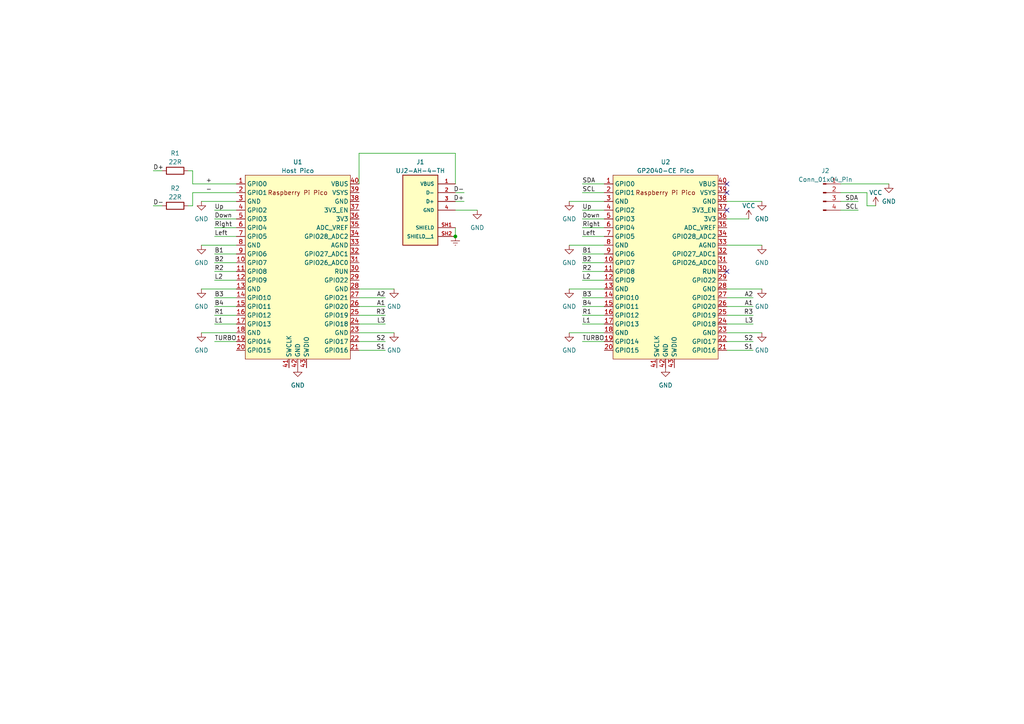
<source format=kicad_sch>
(kicad_sch (version 20230121) (generator eeschema)
  (paper "A4")
  (lib_symbols
    (symbol "Connector:Conn_01x04_Pin" (pin_names (offset 1.016) hide)
      (property "Reference" "J" (at 0 5.08 0))
      (property "Value" "Conn_01x04_Pin" (at 0 -7.62 0))
      (symbol "Conn_01x04_Pin_1_1"
        (polyline (pts (xy 1.27 -5.08) (xy 0.8636 -5.08)) (stroke (width 0.1524)))
        (polyline (pts (xy 1.27 -2.54) (xy 0.8636 -2.54)) (stroke (width 0.1524)))
        (polyline (pts (xy 1.27 0) (xy 0.8636 0)) (stroke (width 0.1524)))
        (polyline (pts (xy 1.27 2.54) (xy 0.8636 2.54)) (stroke (width 0.1524)))
        (rectangle (start 0.8636 -4.953) (end 0 -5.207) (stroke (width 0.1524)) (fill (type outline)))
        (rectangle (start 0.8636 -2.413) (end 0 -2.667) (stroke (width 0.1524)) (fill (type outline)))
        (rectangle (start 0.8636 0.127) (end 0 -0.127) (stroke (width 0.1524)) (fill (type outline)))
        (rectangle (start 0.8636 2.667) (end 0 2.413) (stroke (width 0.1524)) (fill (type outline)))
        (pin passive line (at 5.08 2.54 180) (length 3.81) (name "Pin_1") (number "1"))
        (pin passive line (at 5.08 0 180) (length 3.81) (name "Pin_2") (number "2"))
        (pin passive line (at 5.08 -2.54 180) (length 3.81) (name "Pin_3") (number "3"))
        (pin passive line (at 5.08 -5.08 180) (length 3.81) (name "Pin_4") (number "4"))
      )
    )
    (symbol "Device:R" (pin_numbers hide) (pin_names (offset 0))
      (property "Reference" "R" (at 2.032 0 90))
      (property "Value" "R" (at 0 0 90))
      (symbol "R_0_1"
        (rectangle (start -1.016 -2.54) (end 1.016 2.54) (stroke (width 0.254)))
      )
      (symbol "R_1_1"
        (pin passive line (at 0 3.81 270) (length 1.27) (name "~") (number "1"))
        (pin passive line (at 0 -3.81 90) (length 1.27) (name "~") (number "2"))
      )
    )
    (symbol "MCU_RaspberryPi_and_Boards:Pico"
      (property "Reference" "U" (at -13.97 27.94 0))
      (property "Value" "Pico" (at 0 19.05 0))
      (symbol "Pico_0_0"
        (text "Raspberry Pi Pico" (at 0 21.59 0) (effects (font (size 1.27 1.27))))
      )
      (symbol "Pico_0_1"
        (rectangle (start -15.24 26.67) (end 15.24 -26.67) (fill (type background)))
      )
      (symbol "Pico_1_1"
        (pin bidirectional line (at -17.78 24.13 0) (length 2.54) (name "GPIO0") (number "1"))
        (pin bidirectional line (at -17.78 1.27 0) (length 2.54) (name "GPIO7") (number "10"))
        (pin bidirectional line (at -17.78 -1.27 0) (length 2.54) (name "GPIO8") (number "11"))
        (pin bidirectional line (at -17.78 -3.81 0) (length 2.54) (name "GPIO9") (number "12"))
        (pin power_in line (at -17.78 -6.35 0) (length 2.54) (name "GND") (number "13"))
        (pin bidirectional line (at -17.78 -8.89 0) (length 2.54) (name "GPIO10") (number "14"))
        (pin bidirectional line (at -17.78 -11.43 0) (length 2.54) (name "GPIO11") (number "15"))
        (pin bidirectional line (at -17.78 -13.97 0) (length 2.54) (name "GPIO12") (number "16"))
        (pin bidirectional line (at -17.78 -16.51 0) (length 2.54) (name "GPIO13") (number "17"))
        (pin power_in line (at -17.78 -19.05 0) (length 2.54) (name "GND") (number "18"))
        (pin bidirectional line (at -17.78 -21.59 0) (length 2.54) (name "GPIO14") (number "19"))
        (pin bidirectional line (at -17.78 21.59 0) (length 2.54) (name "GPIO1") (number "2"))
        (pin bidirectional line (at -17.78 -24.13 0) (length 2.54) (name "GPIO15") (number "20"))
        (pin bidirectional line (at 17.78 -24.13 180) (length 2.54) (name "GPIO16") (number "21"))
        (pin bidirectional line (at 17.78 -21.59 180) (length 2.54) (name "GPIO17") (number "22"))
        (pin power_in line (at 17.78 -19.05 180) (length 2.54) (name "GND") (number "23"))
        (pin bidirectional line (at 17.78 -16.51 180) (length 2.54) (name "GPIO18") (number "24"))
        (pin bidirectional line (at 17.78 -13.97 180) (length 2.54) (name "GPIO19") (number "25"))
        (pin bidirectional line (at 17.78 -11.43 180) (length 2.54) (name "GPIO20") (number "26"))
        (pin bidirectional line (at 17.78 -8.89 180) (length 2.54) (name "GPIO21") (number "27"))
        (pin power_in line (at 17.78 -6.35 180) (length 2.54) (name "GND") (number "28"))
        (pin bidirectional line (at 17.78 -3.81 180) (length 2.54) (name "GPIO22") (number "29"))
        (pin power_in line (at -17.78 19.05 0) (length 2.54) (name "GND") (number "3"))
        (pin input line (at 17.78 -1.27 180) (length 2.54) (name "RUN") (number "30"))
        (pin bidirectional line (at 17.78 1.27 180) (length 2.54) (name "GPIO26_ADC0") (number "31"))
        (pin bidirectional line (at 17.78 3.81 180) (length 2.54) (name "GPIO27_ADC1") (number "32"))
        (pin power_in line (at 17.78 6.35 180) (length 2.54) (name "AGND") (number "33"))
        (pin bidirectional line (at 17.78 8.89 180) (length 2.54) (name "GPIO28_ADC2") (number "34"))
        (pin power_in line (at 17.78 11.43 180) (length 2.54) (name "ADC_VREF") (number "35"))
        (pin power_in line (at 17.78 13.97 180) (length 2.54) (name "3V3") (number "36"))
        (pin input line (at 17.78 16.51 180) (length 2.54) (name "3V3_EN") (number "37"))
        (pin bidirectional line (at 17.78 19.05 180) (length 2.54) (name "GND") (number "38"))
        (pin power_in line (at 17.78 21.59 180) (length 2.54) (name "VSYS") (number "39"))
        (pin bidirectional line (at -17.78 16.51 0) (length 2.54) (name "GPIO2") (number "4"))
        (pin power_in line (at 17.78 24.13 180) (length 2.54) (name "VBUS") (number "40"))
        (pin input line (at -2.54 -29.21 90) (length 2.54) (name "SWCLK") (number "41"))
        (pin power_in line (at 0 -29.21 90) (length 2.54) (name "GND") (number "42"))
        (pin bidirectional line (at 2.54 -29.21 90) (length 2.54) (name "SWDIO") (number "43"))
        (pin bidirectional line (at -17.78 13.97 0) (length 2.54) (name "GPIO3") (number "5"))
        (pin bidirectional line (at -17.78 11.43 0) (length 2.54) (name "GPIO4") (number "6"))
        (pin bidirectional line (at -17.78 8.89 0) (length 2.54) (name "GPIO5") (number "7"))
        (pin power_in line (at -17.78 6.35 0) (length 2.54) (name "GND") (number "8"))
        (pin bidirectional line (at -17.78 3.81 0) (length 2.54) (name "GPIO6") (number "9"))
      )
    )
    (symbol "UJ2-AH-4-TH:UJ2-AH-4-TH" (pin_names (offset 1.016))
      (property "Reference" "J" (at -5.08 7.62 0))
      (property "Value" "UJ2-AH-4-TH" (at -5.08 -15.24 0))
      (symbol "UJ2-AH-4-TH_0_0"
        (rectangle (start -5.08 -12.7) (end 5.08 7.62) (stroke (width 0.254)) (fill (type background)))
        (pin power_in line (at 10.16 5.08 180) (length 5.08) (name "VBUS") (number "1"))
        (pin bidirectional line (at 10.16 2.54 180) (length 5.08) (name "D-") (number "2"))
        (pin bidirectional line (at 10.16 0 180) (length 5.08) (name "D+") (number "3"))
        (pin power_in line (at 10.16 -2.54 180) (length 5.08) (name "GND") (number "4"))
        (pin power_in line (at 10.16 -7.62 180) (length 5.08) (name "SHIELD") (number "SH1"))
        (pin power_in line (at 10.16 -10.16 180) (length 5.08) (name "SHIELD__1") (number "SH2"))
      )
    )
    (symbol "power:Earth" (power) (pin_names (offset 0))
      (symbol "Earth_0_1"
        (polyline (pts (xy -0.635 -1.905) (xy 0.635 -1.905)))
        (polyline (pts (xy -0.127 -2.54) (xy 0.127 -2.54)))
        (polyline (pts (xy 0 -1.27) (xy 0 0)))
        (polyline (pts (xy 1.27 -1.27) (xy -1.27 -1.27)))
      )
      (symbol "Earth_1_1"
        (pin power_in line (at 0 0 270) (length 0) hide (name "Earth") (number "1"))
      )
    )
    (symbol "power:GND" (power) (pin_names (offset 0))
      (property "Value" "GND" (at 0 -3.81 0))
      (symbol "GND_0_1"
        (polyline (pts (xy 0 0) (xy 0 -1.27) (xy 1.27 -1.27) (xy 0 -2.54) (xy -1.27 -1.27) (xy 0 -1.27)))
      )
      (symbol "GND_1_1"
        (pin power_in line (at 0 0 270) (length 0) hide (name "GND") (number "1"))
      )
    )
    (symbol "power:VCC" (power) (pin_names (offset 0))
      (property "Value" "VCC" (at 0 3.81 0))
      (symbol "VCC_0_1"
        (polyline (pts (xy -0.762 1.27) (xy 0 2.54)))
        (polyline (pts (xy 0 0) (xy 0 2.54)))
        (polyline (pts (xy 0 2.54) (xy 0.762 1.27)))
      )
      (symbol "VCC_1_1"
        (pin power_in line (at 0 0 90) (length 0) hide (name "VCC") (number "1"))
      )
    )
  )
  (junction (at 132.08 68.58))
  (no_connect (at 210.82 78.74))
  (no_connect (at 210.82 53.34))
  (no_connect (at 210.82 60.96))
  (no_connect (at 210.82 55.88))
  (wire (pts (xy 218.44 93.98) (xy 210.82 93.98)))
  (wire (pts (xy 111.76 88.9) (xy 104.14 88.9)))
  (wire (pts (xy 168.91 53.34) (xy 175.26 53.34)))
  (wire (pts (xy 111.76 86.36) (xy 104.14 86.36)))
  (wire (pts (xy 44.45 59.69) (xy 46.99 59.69)))
  (wire (pts (xy 55.88 53.34) (xy 68.58 53.34)))
  (wire (pts (xy 168.91 93.98) (xy 175.26 93.98)))
  (wire (pts (xy 62.23 86.36) (xy 68.58 86.36)))
  (wire (pts (xy 55.88 59.69) (xy 55.88 55.88)))
  (wire (pts (xy 62.23 88.9) (xy 68.58 88.9)))
  (wire (pts (xy 254 59.69) (xy 251.46 59.69)))
  (wire (pts (xy 104.14 44.45) (xy 132.08 44.45)))
  (wire (pts (xy 220.98 58.42) (xy 210.82 58.42)))
  (wire (pts (xy 218.44 91.44) (xy 210.82 91.44)))
  (wire (pts (xy 168.91 81.28) (xy 175.26 81.28)))
  (wire (pts (xy 168.91 63.5) (xy 175.26 63.5)))
  (wire (pts (xy 62.23 76.2) (xy 68.58 76.2)))
  (wire (pts (xy 44.45 49.53) (xy 46.99 49.53)))
  (wire (pts (xy 248.92 60.96) (xy 243.84 60.96)))
  (wire (pts (xy 220.98 71.12) (xy 210.82 71.12)))
  (wire (pts (xy 251.46 55.88) (xy 243.84 55.88)))
  (wire (pts (xy 58.42 83.82) (xy 68.58 83.82)))
  (wire (pts (xy 218.44 101.6) (xy 210.82 101.6)))
  (wire (pts (xy 132.08 44.45) (xy 132.08 53.34)))
  (wire (pts (xy 257.81 53.34) (xy 243.84 53.34)))
  (wire (pts (xy 62.23 60.96) (xy 68.58 60.96)))
  (wire (pts (xy 168.91 78.74) (xy 175.26 78.74)))
  (wire (pts (xy 218.44 86.36) (xy 210.82 86.36)))
  (wire (pts (xy 165.1 83.82) (xy 175.26 83.82)))
  (wire (pts (xy 168.91 73.66) (xy 175.26 73.66)))
  (wire (pts (xy 134.62 55.88) (xy 132.08 55.88)))
  (wire (pts (xy 62.23 63.5) (xy 68.58 63.5)))
  (wire (pts (xy 114.3 96.52) (xy 104.14 96.52)))
  (wire (pts (xy 111.76 93.98) (xy 104.14 93.98)))
  (wire (pts (xy 62.23 73.66) (xy 68.58 73.66)))
  (wire (pts (xy 111.76 101.6) (xy 104.14 101.6)))
  (wire (pts (xy 165.1 71.12) (xy 175.26 71.12)))
  (wire (pts (xy 218.44 88.9) (xy 210.82 88.9)))
  (wire (pts (xy 62.23 91.44) (xy 68.58 91.44)))
  (wire (pts (xy 168.91 66.04) (xy 175.26 66.04)))
  (wire (pts (xy 168.91 91.44) (xy 175.26 91.44)))
  (wire (pts (xy 54.61 49.53) (xy 55.88 49.53)))
  (wire (pts (xy 168.91 86.36) (xy 175.26 86.36)))
  (wire (pts (xy 220.98 96.52) (xy 210.82 96.52)))
  (wire (pts (xy 58.42 58.42) (xy 68.58 58.42)))
  (wire (pts (xy 132.08 58.42) (xy 134.62 58.42)))
  (wire (pts (xy 165.1 96.52) (xy 175.26 96.52)))
  (wire (pts (xy 168.91 99.06) (xy 175.26 99.06)))
  (wire (pts (xy 62.23 93.98) (xy 68.58 93.98)))
  (wire (pts (xy 62.23 78.74) (xy 68.58 78.74)))
  (wire (pts (xy 104.14 53.34) (xy 104.14 44.45)))
  (wire (pts (xy 165.1 58.42) (xy 175.26 58.42)))
  (wire (pts (xy 62.23 81.28) (xy 68.58 81.28)))
  (wire (pts (xy 114.3 83.82) (xy 104.14 83.82)))
  (wire (pts (xy 168.91 68.58) (xy 175.26 68.58)))
  (wire (pts (xy 168.91 88.9) (xy 175.26 88.9)))
  (wire (pts (xy 62.23 66.04) (xy 68.58 66.04)))
  (wire (pts (xy 132.08 66.04) (xy 132.08 68.58)))
  (wire (pts (xy 111.76 91.44) (xy 104.14 91.44)))
  (wire (pts (xy 111.76 99.06) (xy 104.14 99.06)))
  (wire (pts (xy 54.61 59.69) (xy 55.88 59.69)))
  (wire (pts (xy 58.42 71.12) (xy 68.58 71.12)))
  (wire (pts (xy 168.91 55.88) (xy 175.26 55.88)))
  (wire (pts (xy 55.88 49.53) (xy 55.88 53.34)))
  (wire (pts (xy 58.42 96.52) (xy 68.58 96.52)))
  (wire (pts (xy 248.92 58.42) (xy 243.84 58.42)))
  (wire (pts (xy 251.46 59.69) (xy 251.46 55.88)))
  (wire (pts (xy 138.43 60.96) (xy 132.08 60.96)))
  (wire (pts (xy 55.88 55.88) (xy 68.58 55.88)))
  (wire (pts (xy 218.44 99.06) (xy 210.82 99.06)))
  (wire (pts (xy 62.23 99.06) (xy 68.58 99.06)))
  (wire (pts (xy 168.91 60.96) (xy 175.26 60.96)))
  (wire (pts (xy 217.17 63.5) (xy 210.82 63.5)))
  (wire (pts (xy 168.91 76.2) (xy 175.26 76.2)))
  (wire (pts (xy 220.98 83.82) (xy 210.82 83.82)))
  (wire (pts (xy 62.23 68.58) (xy 68.58 68.58)))
  (label "Right" (at 62.23 66.04 0))
  (label "L3" (at 111.76 93.98 180))
  (label "Up" (at 62.23 60.96 0))
  (label "D+" (at 134.62 58.42 180))
  (label "TURBO" (at 168.91 99.06 0))
  (label "Left" (at 168.91 68.58 0))
  (label "Left" (at 62.23 68.58 0))
  (label "D-" (at 44.45 59.69 0))
  (label "SCL" (at 168.91 55.88 0))
  (label "L2" (at 168.91 81.28 0))
  (label "A2" (at 111.76 86.36 180))
  (label "Right" (at 168.91 66.04 0))
  (label "SDA" (at 248.92 58.42 180))
  (label "S2" (at 218.44 99.06 180))
  (label "L2" (at 62.23 81.28 0))
  (label "R3" (at 111.76 91.44 180))
  (label "S2" (at 111.76 99.06 180))
  (label "-" (at 59.69 55.88 0))
  (label "SCL" (at 248.92 60.96 180))
  (label "B4" (at 62.23 88.9 0))
  (label "Up" (at 168.91 60.96 0))
  (label "A1" (at 111.76 88.9 180))
  (label "R2" (at 62.23 78.74 0))
  (label "B1" (at 168.91 73.66 0))
  (label "D-" (at 134.62 55.88 180))
  (label "S1" (at 111.76 101.6 180))
  (label "Down" (at 168.91 63.5 0))
  (label "B3" (at 62.23 86.36 0))
  (label "Down" (at 62.23 63.5 0))
  (label "L1" (at 168.91 93.98 0))
  (label "SDA" (at 168.91 53.34 0))
  (label "+" (at 59.69 53.34 0))
  (label "TURBO" (at 62.23 99.06 0))
  (label "D+" (at 44.45 49.53 0))
  (label "R2" (at 168.91 78.74 0))
  (label "B2" (at 62.23 76.2 0))
  (label "L3" (at 218.44 93.98 180))
  (label "A2" (at 218.44 86.36 180))
  (label "B1" (at 62.23 73.66 0))
  (label "B4" (at 168.91 88.9 0))
  (label "B2" (at 168.91 76.2 0))
  (label "S1" (at 218.44 101.6 180))
  (label "A1" (at 218.44 88.9 180))
  (label "R1" (at 62.23 91.44 0))
  (label "R3" (at 218.44 91.44 180))
  (label "R1" (at 168.91 91.44 0))
  (label "B3" (at 168.91 86.36 0))
  (label "L1" (at 62.23 93.98 0))
  (symbol (lib_id "Device:R") (at 50.8 59.69 90) (unit 1)
    (property "Reference" "R2" (at 50.8 54.61 90))
    (property "Value" "22R" (at 50.8 57.15 90))
    (property "Footprint" "Resistor_SMD:R_0201_0603Metric" (effects hide))
  )
  (symbol (lib_id "power:GND") (at 193.04 106.68 0) (unit 1)
    (property "Reference" "#PWR010" (effects hide))
    (property "Value" "GND" (at 193.04 111.76 0))
  )
  (symbol (lib_id "power:GND") (at 165.1 96.52 0) (unit 1)
    (property "Reference" "#PWR011" (effects hide))
    (property "Value" "GND" (at 165.1 101.6 0))
  )
  (symbol (lib_id "power:GND") (at 58.42 96.52 0) (unit 1)
    (property "Reference" "#PWR025" (effects hide))
    (property "Value" "GND" (at 58.42 101.6 0))
  )
  (symbol (lib_id "power:GND") (at 220.98 71.12 0) (unit 1)
    (property "Reference" "#PWR016" (effects hide))
    (property "Value" "GND" (at 220.98 76.2 0))
  )
  (symbol (lib_id "power:VCC") (at 254 59.69 0) (unit 1)
    (property "Reference" "#PWR019" (effects hide))
    (property "Value" "VCC" (at 254 55.88 0))
  )
  (symbol (lib_id "MCU_RaspberryPi_and_Boards:Pico") (at 193.04 77.47 0) (unit 1)
    (property "Reference" "U2" (at 193.04 46.99 0))
    (property "Value" "GP2040-CE Pico" (at 193.04 49.53 0))
    (property "Footprint" "MCU_RaspberryPi_and_Boards:RPi_Pico_SMD_TH" (effects hide))
  )
  (symbol (lib_id "power:GND") (at 220.98 96.52 0) (unit 1)
    (property "Reference" "#PWR012" (effects hide))
    (property "Value" "GND" (at 220.98 101.6 0))
  )
  (symbol (lib_id "power:GND") (at 165.1 83.82 0) (unit 1)
    (property "Reference" "#PWR014" (effects hide))
    (property "Value" "GND" (at 165.1 88.9 0))
  )
  (symbol (lib_id "power:VCC") (at 217.17 63.5 0) (unit 1)
    (property "Reference" "#PWR021" (effects hide))
    (property "Value" "VCC" (at 217.17 59.69 0))
  )
  (symbol (lib_id "power:GND") (at 114.3 83.82 0) (unit 1)
    (property "Reference" "#PWR02" (effects hide))
    (property "Value" "GND" (at 114.3 88.9 0))
  )
  (symbol (lib_id "power:GND") (at 165.1 71.12 0) (unit 1)
    (property "Reference" "#PWR015" (effects hide))
    (property "Value" "GND" (at 165.1 76.2 0))
  )
  (symbol (lib_id "power:GND") (at 165.1 58.42 0) (unit 1)
    (property "Reference" "#PWR018" (effects hide))
    (property "Value" "GND" (at 165.1 63.5 0))
  )
  (symbol (lib_id "power:GND") (at 114.3 96.52 0) (unit 1)
    (property "Reference" "#PWR03" (effects hide))
    (property "Value" "GND" (at 114.3 101.6 0))
  )
  (symbol (lib_id "power:Earth") (at 132.08 68.58 0) (unit 1)
    (property "Reference" "#PWR04" (effects hide))
    (property "Value" "Earth" (effects hide))
  )
  (symbol (lib_id "UJ2-AH-4-TH:UJ2-AH-4-TH") (at 121.92 58.42 0) (unit 1)
    (property "Reference" "J1" (at 121.92 46.99 0))
    (property "Value" "UJ2-AH-4-TH" (at 121.92 49.53 0))
    (property "Footprint" "UJ2-AH-4-TH:CUI_UJ2-AH-4-TH" (effects hide))
    (property "Datasheet" " ~" (effects hide))
    (property "PART_REV" "1.0" (effects hide))
    (property "STANDARD" "MANUFACTURER RECOMMENDATIONS" (effects hide))
    (property "MANUFACTURER" "CUI INC" (effects hide))
  )
  (symbol (lib_id "power:GND") (at 220.98 83.82 0) (unit 1)
    (property "Reference" "#PWR013" (effects hide))
    (property "Value" "GND" (at 220.98 88.9 0))
  )
  (symbol (lib_id "Connector:Conn_01x04_Pin") (at 238.76 55.88 0) (unit 1)
    (property "Reference" "J2" (at 239.395 49.53 0))
    (property "Value" "Conn_01x04_Pin" (at 239.395 52.07 0))
    (property "Footprint" "Connector_JST:JST_SH_BM04B-SRSS-TB_1x04-1MP_P1.00mm_Vertical" (effects hide))
  )
  (symbol (lib_id "power:GND") (at 58.42 83.82 0) (unit 1)
    (property "Reference" "#PWR024" (effects hide))
    (property "Value" "GND" (at 58.42 88.9 0))
  )
  (symbol (lib_id "power:GND") (at 58.42 71.12 0) (unit 1)
    (property "Reference" "#PWR023" (effects hide))
    (property "Value" "GND" (at 58.42 76.2 0))
  )
  (symbol (lib_id "MCU_RaspberryPi_and_Boards:Pico") (at 86.36 77.47 0) (unit 1)
    (property "Reference" "U1" (at 86.36 46.99 0))
    (property "Value" "Host Pico" (at 86.36 49.53 0))
    (property "Footprint" "MCU_RaspberryPi_and_Boards:RPi_Pico_SMD_TH" (effects hide))
  )
  (symbol (lib_id "power:GND") (at 220.98 58.42 0) (unit 1)
    (property "Reference" "#PWR017" (effects hide))
    (property "Value" "GND" (at 220.98 63.5 0))
  )
  (symbol (lib_id "power:GND") (at 257.81 53.34 0) (unit 1)
    (property "Reference" "#PWR020" (effects hide))
    (property "Value" "GND" (at 257.81 58.42 0))
  )
  (symbol (lib_id "power:GND") (at 138.43 60.96 0) (unit 1)
    (property "Reference" "#PWR01" (effects hide))
    (property "Value" "GND" (at 138.43 66.04 0))
  )
  (symbol (lib_id "Device:R") (at 50.8 49.53 90) (unit 1)
    (property "Reference" "R1" (at 50.8 44.45 90))
    (property "Value" "22R" (at 50.8 46.99 90))
    (property "Footprint" "Resistor_SMD:R_0201_0603Metric" (effects hide))
  )
  (symbol (lib_id "power:GND") (at 86.36 106.68 0) (unit 1)
    (property "Reference" "#PWR09" (effects hide))
    (property "Value" "GND" (at 86.36 111.76 0))
  )
  (symbol (lib_id "power:GND") (at 58.42 58.42 0) (unit 1)
    (property "Reference" "#PWR022" (effects hide))
    (property "Value" "GND" (at 58.42 63.5 0))
  )
)
</source>
